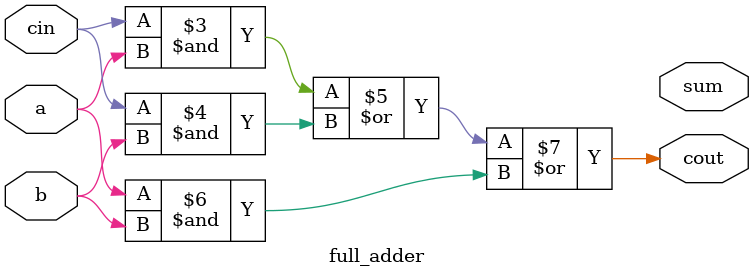
<source format=v>
`timescale 1ns / 1ps



module full_adder(
input a, 
input b,
input  cin,
output sum,     
output cout);




assign shuma = a ^ b ^ cin;
assign cout = cin & a | cin & b | a & b;
//carry out = cout
endmodule

</source>
